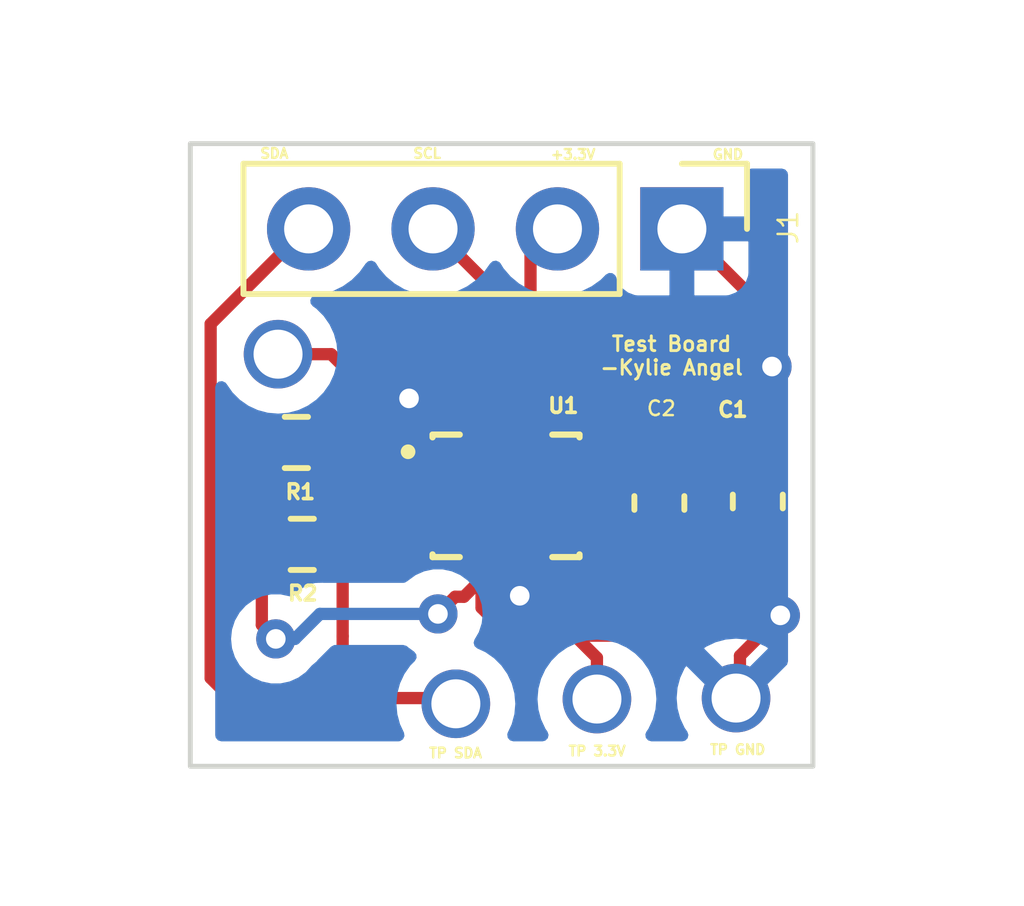
<source format=kicad_pcb>
(kicad_pcb (version 20211014) (generator pcbnew)
  (layers (0 "F.Cu" signal) (31 "B.Cu" signal) (34 "B.Paste" user) (35 "F.Paste" user) (36 "B.SilkS" user "B.Silkscreen") (37 "F.SilkS" user "F.Silkscreen") (38 "B.Mask" user) (39 "F.Mask" user) (44 "Edge.Cuts" user))
  (net 0 "")
  (net 1 "/IMU_A_SCL")
  (net 2 "+3V3")
  (net 3 "/IMU_A_SDA")
  (net 4 "GND")
  (net 6 "/IMU_A_INT2")
  (net 8 "/IMU_A_INT1")
  (footprint "Capacitor_SMD:C_0603_1608Metric" (layer "F.Cu") (at 77.81 60.075 -90)
    (fp_text reference "C2" (at -1.93 -0.04) (layer "F.SilkS") (effects (font (size 0.3 0.3) (thickness 0.05))))
    (fp_text value "100nF")
    (fp_line (start -0.14058 0.51) (end 0.14058 0.51) (layer "F.SilkS") (width 0.12))
    (fp_line (start -0.14058 -0.51) (end 0.14058 -0.51) (layer "F.SilkS") (width 0.12))
    (pad "1" smd roundrect (at -0.775 0 270) (size 0.9 0.95) (layers "F.Cu" "F.Paste" "F.Mask") (net 4 "GND"))
    (pad "2" smd roundrect (at 0.775 0 270) (size 0.9 0.95) (layers "F.Cu" "F.Paste" "F.Mask") (net 2 "+3V3"))
  )
  (footprint "Resistor_SMD:R_0603_1608Metric" (layer "F.Cu") (at 70.52 60.92 180)
    (fp_text reference "R2" (at -0.01 -1 180) (layer "F.SilkS") (effects (font (size 0.3 0.3) (thickness 0.075))))
    (fp_text value "10K")
    (fp_line (start -0.237258 0.5225) (end 0.237258 0.5225) (layer "F.SilkS") (width 0.12))
    (fp_line (start -0.237258 -0.5225) (end 0.237258 -0.5225) (layer "F.SilkS") (width 0.12))
    (pad "1" smd roundrect (at -0.825 0 180) (size 0.8 0.95) (layers "F.Cu" "F.Paste" "F.Mask") (net 3 "/IMU_A_SDA"))
    (pad "2" smd roundrect (at 0.825 0 180) (size 0.8 0.95) (layers "F.Cu" "F.Paste" "F.Mask") (net 2 "+3V3"))
  )
  (footprint "Capacitor_SMD:C_0603_1608Metric" (layer "F.Cu") (at 79.82 60.045 -90)
    (fp_text reference "C1" (at -1.875 0.51) (layer "F.SilkS") (effects (font (size 0.3 0.3) (thickness 0.075))))
    (fp_text value "100nF")
    (fp_line (start -0.14058 0.51) (end 0.14058 0.51) (layer "F.SilkS") (width 0.12))
    (fp_line (start -0.14058 -0.51) (end 0.14058 -0.51) (layer "F.SilkS") (width 0.12))
    (pad "1" smd roundrect (at -0.775 0 270) (size 0.9 0.95) (layers "F.Cu" "F.Paste" "F.Mask") (net 4 "GND"))
    (pad "2" smd roundrect (at 0.775 0 270) (size 0.9 0.95) (layers "F.Cu" "F.Paste" "F.Mask") (net 2 "+3V3"))
  )
  (footprint "TestPoint:TestPoint_1.0mm" (layer "F.Cu") (at 76.55 64.073286)
    (fp_text reference "TP1" hide)
    (fp_text value "3.3V Test Point")
    (pad "1" thru_hole circle (at -0.014143 0.004735) (size 1.4 1.4) (drill 1) (layers *.Cu *.Mask) (net 2 "+3V3"))
  )
  (footprint "TestPoint:TestPoint_1.0mm" (layer "F.Cu") (at 79.39 64.053286)
    (fp_text reference "TP2" hide)
    (fp_text value "GND Test Point")
    (pad "1" thru_hole circle (at -0.014143 0.004735) (size 1.4 1.4) (drill 1) (layers *.Cu *.Mask) (net 4 "GND"))
  )
  (footprint "Resistor_SMD:R_0603_1608Metric" (layer "F.Cu") (at 70.4 58.84 180)
    (fp_text reference "R1" (at -0.08 -1.01 180) (layer "F.SilkS") (effects (font (size 0.3 0.3) (thickness 0.075))))
    (fp_text value "10K")
    (fp_line (start -0.237258 0.5225) (end 0.237258 0.5225) (layer "F.SilkS") (width 0.12))
    (fp_line (start -0.237258 -0.5225) (end 0.237258 -0.5225) (layer "F.SilkS") (width 0.12))
    (pad "1" smd roundrect (at -0.825 0 180) (size 0.8 0.95) (layers "F.Cu" "F.Paste" "F.Mask") (net 1 "/IMU_A_SCL"))
    (pad "2" smd roundrect (at 0.825 0 180) (size 0.8 0.95) (layers "F.Cu" "F.Paste" "F.Mask") (net 2 "+3V3"))
  )
  (footprint "Connector_PinHeader_2.54mm:PinHeader_1x04_P2.54mm_Vertical" (layer "F.Cu") (at 78.27 54.48 -90)
    (fp_text reference "J1" (at -0.03 -2.17 -90) (layer "F.SilkS") (effects (font (size 0.4 0.4) (thickness 0.05))))
    (fp_text value "Conn_01x04")
    (fp_line (start -1.33 1.27) (end 1.33 1.27) (layer "F.SilkS") (width 0.12))
    (fp_line (start 1.33 1.27) (end 1.33 8.95) (layer "F.SilkS") (width 0.12))
    (fp_line (start -1.33 8.95) (end 1.33 8.95) (layer "F.SilkS") (width 0.12))
    (fp_line (start -1.33 1.27) (end -1.33 8.95) (layer "F.SilkS") (width 0.12))
    (fp_line (start -1.33 0) (end -1.33 -1.33) (layer "F.SilkS") (width 0.12))
    (fp_line (start -1.33 -1.33) (end 0 -1.33) (layer "F.SilkS") (width 0.12))
    (pad "1" thru_hole rect (at 0 0 270) (size 1.7 1.7) (drill 1) (layers *.Cu *.Mask) (net 4 "GND"))
    (pad "2" thru_hole oval (at 0 2.54 270) (size 1.7 1.7) (drill 1) (layers *.Cu *.Mask) (net 2 "+3V3"))
    (pad "3" thru_hole oval (at 0 5.08 270) (size 1.7 1.7) (drill 1) (layers *.Cu *.Mask) (net 1 "/IMU_A_SCL"))
    (pad "4" thru_hole oval (at 0 7.62 270) (size 1.7 1.7) (drill 1) (layers *.Cu *.Mask) (net 3 "/IMU_A_SDA"))
  )
  (footprint "TestPoint:TestPoint_1.0mm" (layer "F.Cu") (at 73.67 64.17)
    (fp_text reference "TP4" hide)
    (fp_text value "Data Line Test Point" hide)
    (pad "1" thru_hole circle (at -0.014143 0.004735) (size 1.4 1.4) (drill 1) (layers *.Cu *.Mask) (net 3 "/IMU_A_SDA"))
  )
  (footprint "InertialMeasurementUnits:XDCR_BMI270" (layer "F.Cu") (at 74.68 59.93)
    (fp_text reference "U1" (at 1.17 -1.84) (layer "F.SilkS") (effects (font (size 0.3 0.3) (thickness 0.075))))
    (fp_text value "BMI270")
    (fp_line (start 1.5 -1.25) (end 1.5 -1.195) (layer "F.SilkS") (width 0.127))
    (fp_line (start -1.5 1.25) (end -0.945 1.25) (layer "F.SilkS") (width 0.127))
    (fp_line (start 0.945 -1.25) (end 1.5 -1.25) (layer "F.SilkS") (width 0.127))
    (fp_line (start 0.945 1.25) (end 1.5 1.25) (layer "F.SilkS") (width 0.127))
    (fp_line (start 1.5 1.195) (end 1.5 1.25) (layer "F.SilkS") (width 0.127))
    (fp_line (start -1.5 -1.25) (end -0.945 -1.25) (layer "F.SilkS") (width 0.127))
    (fp_line (start -1.5 1.195) (end -1.5 1.25) (layer "F.SilkS") (width 0.127))
    (fp_line (start -1.5 -1.25) (end -1.5 -1.195) (layer "F.SilkS") (width 0.127))
    (fp_circle (center -2 -0.9) (end -1.925 -0.9) (layer "F.SilkS") (width 0.15) (fill none))
    (pad "1" smd rect locked (at -1.1625 -0.75) (size 0.475 0.25) (layers "F.Cu" "F.Paste" "F.Mask") (net 4 "GND"))
    (pad "2" smd rect locked (at -1.1625 -0.25) (size 0.475 0.25) (layers "F.Cu" "F.Paste" "F.Mask"))
    (pad "3" smd rect locked (at -1.1625 0.25) (size 0.475 0.25) (layers "F.Cu" "F.Paste" "F.Mask"))
    (pad "4" smd rect locked (at -1.1625 0.75) (size 0.475 0.25) (layers "F.Cu" "F.Paste" "F.Mask") (net 8 "/IMU_A_INT1"))
    (pad "5" smd rect locked (at -0.5 0.9125) (size 0.25 0.475) (layers "F.Cu" "F.Paste" "F.Mask") (net 2 "+3V3"))
    (pad "6" smd rect locked (at 0 0.9125) (size 0.25 0.475) (layers "F.Cu" "F.Paste" "F.Mask") (net 4 "GND"))
    (pad "7" smd rect locked (at 0.5 0.9125) (size 0.25 0.475) (layers "F.Cu" "F.Paste" "F.Mask") (net 4 "GND"))
    (pad "8" smd rect locked (at 1.1625 0.75) (size 0.475 0.25) (layers "F.Cu" "F.Paste" "F.Mask") (net 2 "+3V3"))
    (pad "9" smd rect locked (at 1.1625 0.25) (size 0.475 0.25) (layers "F.Cu" "F.Paste" "F.Mask") (net 6 "/IMU_A_INT2"))
    (pad "10" smd rect locked (at 1.1625 -0.25) (size 0.475 0.25) (layers "F.Cu" "F.Paste" "F.Mask"))
    (pad "11" smd rect locked (at 1.1625 -0.75) (size 0.475 0.25) (layers "F.Cu" "F.Paste" "F.Mask"))
    (pad "12" smd rect locked (at 0.5 -0.9125) (size 0.25 0.475) (layers "F.Cu" "F.Paste" "F.Mask") (net 2 "+3V3"))
    (pad "13" smd rect locked (at 0 -0.9125) (size 0.25 0.475) (layers "F.Cu" "F.Paste" "F.Mask") (net 1 "/IMU_A_SCL"))
    (pad "14" smd rect locked (at -0.5 -0.9125) (size 0.25 0.475) (layers "F.Cu" "F.Paste" "F.Mask") (net 3 "/IMU_A_SDA"))
  )
  (footprint "TestPoint:TestPoint_1.0mm" (layer "F.Cu") (at 70.04 57.033286)
    (fp_text reference "TP3" hide)
    (fp_text value "CLK Test Point")
    (pad "1" thru_hole circle (at -0.014143 0.004735) (size 1.4 1.4) (drill 1) (layers *.Cu *.Mask) (net 1 "/IMU_A_SCL"))
  )
  (gr_rect (start 68.235 52.74) (end 80.945 65.45) (layer "Edge.Cuts") (width 0.1) (fill none))
  (gr_text "TP 3.3V" (at 76.54 65.14) (layer "F.SilkS") (effects (font (size 0.2 0.2) (thickness 0.05))))
  (gr_text "TP GND" (at 79.41 65.11) (layer "F.SilkS") (effects (font (size 0.2 0.2) (thickness 0.05))))
  (gr_text "GND" (at 79.21 52.96) (layer "F.SilkS") (effects (font (size 0.2 0.2) (thickness 0.05))))
  (gr_text "SCL" (at 73.07 52.94) (layer "F.SilkS") (effects (font (size 0.2 0.2) (thickness 0.05))))
  (gr_text "SDA" (at 69.95 52.94) (layer "F.SilkS") (effects (font (size 0.2 0.2) (thickness 0.05))))
  (gr_text "TP SDA" (at 73.65 65.18) (layer "F.SilkS") (effects (font (size 0.2 0.2) (thickness 0.05))))
  (gr_text "Test Board\n-Kylie Angel" (at 78.06 57.07) (layer "F.SilkS") (effects (font (size 0.3 0.3) (thickness 0.06))))
  (gr_text "+3.3V" (at 76.05 52.96) (layer "F.SilkS") (effects (font (size 0.2 0.2) (thickness 0.05))))
  (segment (start 73.094 54.39) (end 74.69 55.986) (width 0.25) (layer "F.Cu") (net 1))
  (segment (start 74.69 56.56) (end 74.69 57.03) (width 0.25) (layer "F.Cu") (net 1))
  (segment (start 74.13 56.47) (end 74.69 57.03) (width 0.25) (layer "F.Cu") (net 1))
  (segment (start 71.525969 57.454031) (end 71.525969 56.958313) (width 0.25) (layer "F.Cu") (net 1))
  (segment (start 71.525969 56.958313) (end 72.014282 56.47) (width 0.25) (layer "F.Cu") (net 1))
  (segment (start 70.025857 57.038021) (end 70.025857 56.714143) (width 0.25) (layer "F.Cu") (net 1))
  (segment (start 74.69 57.15) (end 74.68 57.16) (width 0.25) (layer "F.Cu") (net 1))
  (segment (start 71.109959 57.038021) (end 71.525969 57.454031) (width 0.25) (layer "F.Cu") (net 1))
  (segment (start 71.095 58.87) (end 71.525969 58.439031) (width 0.25) (layer "F.Cu") (net 1))
  (segment (start 70.025857 57.038021) (end 71.109959 57.038021) (width 0.25) (layer "F.Cu") (net 1))
  (segment (start 74.68 57.16) (end 74.68 59.0175) (width 0.25) (layer "F.Cu") (net 1))
  (segment (start 72.04 56.47) (end 74.13 56.47) (width 0.25) (layer "F.Cu") (net 1))
  (segment (start 72.04 56.46) (end 72.04 56.47) (width 0.25) (layer "F.Cu") (net 1))
  (segment (start 74.69 55.986) (end 74.69 56.56) (width 0.25) (layer "F.Cu") (net 1))
  (segment (start 72.014282 56.47) (end 72.04 56.47) (width 0.25) (layer "F.Cu") (net 1))
  (segment (start 71.525969 58.439031) (end 71.525969 57.454031) (width 0.25) (layer "F.Cu") (net 1))
  (segment (start 74.69 57.03) (end 74.69 57.15) (width 0.25) (layer "F.Cu") (net 1))
  (segment (start 69.445 58.87) (end 69.445 60.94) (width 0.25) (layer "F.Cu") (net 2))
  (segment (start 77.94 62.02) (end 77.94 60.98) (width 0.25) (layer "F.Cu") (net 2))
  (segment (start 74.18 60.8425) (end 74.18 61.63) (width 0.25) (layer "F.Cu") (net 2))
  (segment (start 77.85 60.53) (end 77.84 60.52) (width 0.25) (layer "F.Cu") (net 2))
  (segment (start 77.94 60.98) (end 77.81 60.85) (width 0.25) (layer "F.Cu") (net 2))
  (segment (start 75.18 54.97) (end 75.76 54.39) (width 0.25) (layer "F.Cu") (net 2))
  (segment (start 73.29 62.34) (end 73.64 61.99) (width 0.25) (layer "F.Cu") (net 2))
  (segment (start 75.18 57.51) (end 75.18 54.97) (width 0.25) (layer "F.Cu") (net 2))
  (segment (start 77.175386 62.784614) (end 77.94 62.02) (width 0.25) (layer "F.Cu") (net 2))
  (segment (start 76.535857 63.235085) (end 76.085386 62.784614) (width 0.25) (layer "F.Cu") (net 2))
  (segment (start 75.76 54.39) (end 76.142 54.39) (width 0.25) (layer "F.Cu") (net 2))
  (segment (start 75.18 59.0175) (end 75.18 57.51) (width 0.25) (layer "F.Cu") (net 2))
  (segment (start 74.75 62.784614) (end 75.254614 62.784614) (width 0.25) (layer "F.Cu") (net 2))
  (segment (start 76.58 60.68) (end 76.88 60.38) (width 0.25) (layer "F.Cu") (net 2))
  (segment (start 76.88 60.38) (end 76.88 58.1) (width 0.25) (layer "F.Cu") (net 2))
  (segment (start 73.82 61.99) (end 74.18 61.63) (width 0.25) (layer "F.Cu") (net 2))
  (segment (start 76.535857 64.078021) (end 76.535857 63.235085) (width 0.25) (layer "F.Cu") (net 2))
  (segment (start 69.695 60.92) (end 69.695 62.565) (width 0.25) (layer "F.Cu") (net 2))
  (segment (start 73.64 61.99) (end 73.82 61.99) (width 0.25) (layer "F.Cu") (net 2))
  (segment (start 79.79 60.85) (end 79.82 60.82) (width 0.25) (layer "F.Cu") (net 2))
  (segment (start 76.69 60.68) (end 77.64 60.68) (width 0.25) (layer "F.Cu") (net 2))
  (segment (start 76.88 58.1) (end 75.95 57.17) (width 0.25) (layer "F.Cu") (net 2))
  (segment (start 74.18 62.214614) (end 74.75 62.784614) (width 0.25) (layer "F.Cu") (net 2))
  (segment (start 76.085386 62.784614) (end 77.175386 62.784614) (width 0.25) (layer "F.Cu") (net 2))
  (segment (start 69.695 62.565) (end 69.98 62.85) (width 0.25) (layer "F.Cu") (net 2))
  (segment (start 75.254614 62.784614) (end 76.085386 62.784614) (width 0.25) (layer "F.Cu") (net 2))
  (segment (start 75.8425 60.68) (end 76.69 60.68) (width 0.25) (layer "F.Cu") (net 2))
  (segment (start 74.18 61.63) (end 74.18 62.214614) (width 0.25) (layer "F.Cu") (net 2))
  (segment (start 75.95 57.17) (end 75.52 57.17) (width 0.25) (layer "F.Cu") (net 2))
  (segment (start 77.81 60.85) (end 79.79 60.85) (width 0.25) (layer "F.Cu") (net 2))
  (segment (start 75.52 57.17) (end 75.18 57.51) (width 0.25) (layer "F.Cu") (net 2))
  (segment (start 77.64 60.68) (end 77.81 60.85) (width 0.25) (layer "F.Cu") (net 2))
  (via (at 69.98 62.85) (size 0.8) (drill 0.4) (layers "F.Cu" "B.Cu") (net 2))
  (via (at 73.29 62.34) (size 0.8) (drill 0.4) (layers "F.Cu" "B.Cu") (net 2))
  (segment (start 70.88 62.34) (end 73.29 62.34) (width 0.25) (layer "B.Cu") (net 2))
  (segment (start 69.98 62.85) (end 70.37 62.85) (width 0.25) (layer "B.Cu") (net 2))
  (segment (start 70.37 62.85) (end 70.88 62.34) (width 0.25) (layer "B.Cu") (net 2))
  (segment (start 71.21 63.79) (end 71.345 63.655) (width 0.25) (layer "F.Cu") (net 3))
  (segment (start 71.345 63.415) (end 71.345 62.795) (width 0.25) (layer "F.Cu") (net 3))
  (segment (start 71.478021 64.058021) (end 71.21 63.79) (width 0.25) (layer "F.Cu") (net 3))
  (segment (start 71.345 63.655) (end 71.345 63.415) (width 0.25) (layer "F.Cu") (net 3))
  (segment (start 72.20048 56.91952) (end 71.975489 57.144511) (width 0.25) (layer "F.Cu") (net 3))
  (segment (start 74.18 59.0175) (end 74.18 57.7) (width 0.25) (layer "F.Cu") (net 3))
  (segment (start 74.18 57.7) (end 73.39952 56.91952) (width 0.25) (layer "F.Cu") (net 3))
  (segment (start 73.665857 64.058021) (end 71.478021 64.058021) (width 0.25) (layer "F.Cu") (net 3))
  (segment (start 68.65 63.65) (end 69.11 64.11) (width 0.25) (layer "F.Cu") (net 3))
  (segment (start 69.11 64.11) (end 70.89 64.11) (width 0.25) (layer "F.Cu") (net 3))
  (segment (start 71.975489 60.289511) (end 71.345 60.92) (width 0.25) (layer "F.Cu") (net 3))
  (segment (start 71.345 62.795) (end 71.345 60.92) (width 0.25) (layer "F.Cu") (net 3))
  (segment (start 68.65 56.42) (end 68.65 63.65) (width 0.25) (layer "F.Cu") (net 3))
  (segment (start 73.39952 56.91952) (end 72.20048 56.91952) (width 0.25) (layer "F.Cu") (net 3))
  (segment (start 70.64 54.43) (end 68.65 56.42) (width 0.25) (layer "F.Cu") (net 3))
  (segment (start 70.89 64.11) (end 71.21 63.79) (width 0.25) (layer "F.Cu") (net 3))
  (segment (start 71.975489 57.144511) (end 71.975489 60.289511) (width 0.25) (layer "F.Cu") (net 3))
  (segment (start 79.79 59.3) (end 79.82 59.27) (width 0.25) (layer "F.Cu") (net 4))
  (segment (start 79.82 59.27) (end 79.82 57.58) (width 0.25) (layer "F.Cu") (net 4))
  (segment (start 80.11 57.29) (end 80.11 56.28) (width 0.25) (layer "F.Cu") (net 4))
  (segment (start 79.455857 63.194143) (end 79.455857 63.928021) (width 0.25) (layer "F.Cu") (net 4))
  (segment (start 77.81 59.3) (end 79.79 59.3) (width 0.25) (layer "F.Cu") (net 4))
  (segment (start 72.89 59.18) (end 72.65 58.94) (width 0.25) (layer "F.Cu") (net 4))
  (segment (start 73.5175 59.18) (end 72.89 59.18) (width 0.25) (layer "F.Cu") (net 4))
  (segment (start 79.82 57.58) (end 80.11 57.29) (width 0.25) (layer "F.Cu") (net 4))
  (segment (start 72.65 58.94) (end 72.65 57.99) (width 0.25) (layer "F.Cu") (net 4))
  (segment (start 74.68 60.8425) (end 75.18 60.8425) (width 0.25) (layer "F.Cu") (net 4))
  (segment (start 80.28 62.37) (end 79.455857 63.194143) (width 0.25) (layer "F.Cu") (net 4))
  (segment (start 75.18 61.75) (end 74.96 61.97) (width 0.25) (layer "F.Cu") (net 4))
  (segment (start 80.11 56.28) (end 78.26 54.43) (width 0.25) (layer "F.Cu") (net 4))
  (segment (start 75.18 60.8425) (end 75.18 61.75) (width 0.25) (layer "F.Cu") (net 4))
  (segment (start 72.65 57.99) (end 72.7 57.94) (width 0.25) (layer "F.Cu") (net 4))
  (via (at 74.96 61.97) (size 0.8) (drill 0.4) (layers "F.Cu" "B.Cu") (net 4))
  (via (at 72.7 57.94) (size 0.8) (drill 0.4) (layers "F.Cu" "B.Cu") (net 4))
  (via (at 80.11 57.29) (size 0.8) (drill 0.4) (layers "F.Cu" "B.Cu") (net 4))
  (via (at 80.28 62.37) (size 0.8) (drill 0.4) (layers "F.Cu" "B.Cu") (net 4))
  (zone (net 4) (net_name "GND") (layer "B.Cu") (connect_pads (clearance 0.508)) (min_thickness 0.254) (fill yes (thermal_gap 0.508) (thermal_bridge_width 0.508))
    (polygon (pts (xy 81.14 52.5) (xy 81.14 65.58) (xy 68 65.69) (xy 67.98 52.45)))
  )
)
</source>
